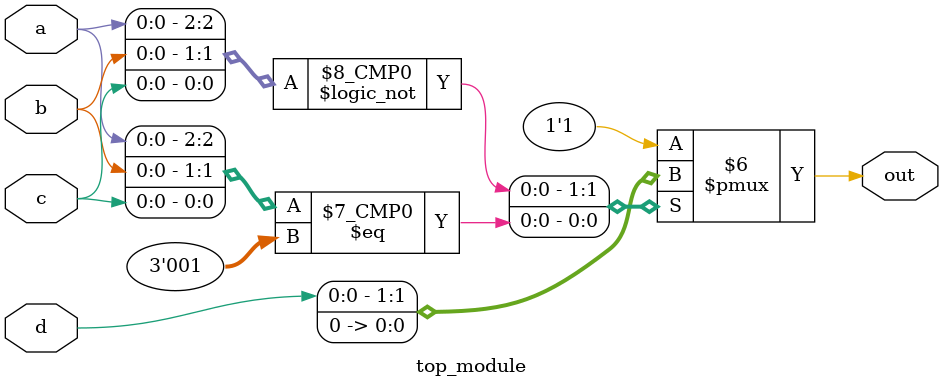
<source format=sv>
module top_module (
	input a, 
	input b,
	input c,
	input d,
	output reg out
);

 always @(*) begin
    case ({a, b, c})
      3'b000:
          out = d;
      3'b001:
          out = 0;
      3'b010:
          out = 1;
      3'b011:
          out = 1;
      3'b110:
          out = 1;
      default:
          out = 1;
    endcase
  end

endmodule

</source>
